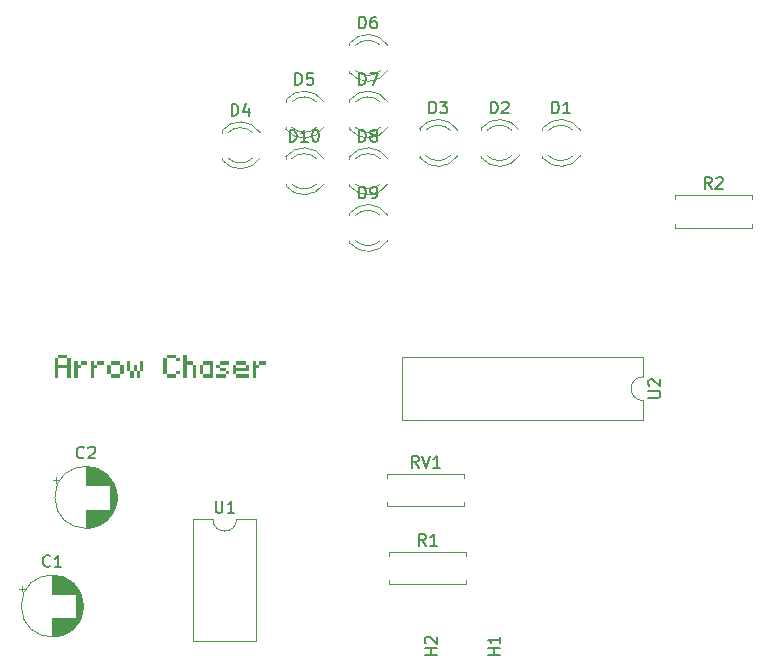
<source format=gbr>
%TF.GenerationSoftware,KiCad,Pcbnew,9.0.2*%
%TF.CreationDate,2026-01-22T14:34:09+05:30*%
%TF.ProjectId,led,6c65642e-6b69-4636-9164-5f7063625858,rev?*%
%TF.SameCoordinates,Original*%
%TF.FileFunction,Legend,Top*%
%TF.FilePolarity,Positive*%
%FSLAX46Y46*%
G04 Gerber Fmt 4.6, Leading zero omitted, Abs format (unit mm)*
G04 Created by KiCad (PCBNEW 9.0.2) date 2026-01-22 14:34:09*
%MOMM*%
%LPD*%
G01*
G04 APERTURE LIST*
%ADD10C,0.100000*%
%ADD11C,0.150000*%
%ADD12C,0.120000*%
G04 APERTURE END LIST*
D10*
G36*
X68073551Y-140745136D02*
G01*
X68346981Y-140745136D01*
X68346981Y-141018688D01*
X68073551Y-141018688D01*
X68073551Y-140745136D01*
G37*
G36*
X68347103Y-140745136D02*
G01*
X68620533Y-140745136D01*
X68620533Y-141018688D01*
X68347103Y-141018688D01*
X68347103Y-140745136D01*
G37*
G36*
X68620655Y-140745136D02*
G01*
X68894085Y-140745136D01*
X68894085Y-141018688D01*
X68620655Y-141018688D01*
X68620655Y-140745136D01*
G37*
G36*
X67800000Y-141018688D02*
G01*
X68073429Y-141018688D01*
X68073429Y-141292240D01*
X67800000Y-141292240D01*
X67800000Y-141018688D01*
G37*
G36*
X68894207Y-141018688D02*
G01*
X69167637Y-141018688D01*
X69167637Y-141292240D01*
X68894207Y-141292240D01*
X68894207Y-141018688D01*
G37*
G36*
X67800000Y-141292240D02*
G01*
X68073429Y-141292240D01*
X68073429Y-141565792D01*
X67800000Y-141565792D01*
X67800000Y-141292240D01*
G37*
G36*
X68894207Y-141292240D02*
G01*
X69167637Y-141292240D01*
X69167637Y-141565792D01*
X68894207Y-141565792D01*
X68894207Y-141292240D01*
G37*
G36*
X67800000Y-141565792D02*
G01*
X68073429Y-141565792D01*
X68073429Y-141839344D01*
X67800000Y-141839344D01*
X67800000Y-141565792D01*
G37*
G36*
X68073551Y-141565792D02*
G01*
X68346981Y-141565792D01*
X68346981Y-141839344D01*
X68073551Y-141839344D01*
X68073551Y-141565792D01*
G37*
G36*
X68347103Y-141565792D02*
G01*
X68620533Y-141565792D01*
X68620533Y-141839344D01*
X68347103Y-141839344D01*
X68347103Y-141565792D01*
G37*
G36*
X68620655Y-141565792D02*
G01*
X68894085Y-141565792D01*
X68894085Y-141839344D01*
X68620655Y-141839344D01*
X68620655Y-141565792D01*
G37*
G36*
X68894207Y-141565792D02*
G01*
X69167637Y-141565792D01*
X69167637Y-141839344D01*
X68894207Y-141839344D01*
X68894207Y-141565792D01*
G37*
G36*
X67800000Y-141839344D02*
G01*
X68073429Y-141839344D01*
X68073429Y-142112896D01*
X67800000Y-142112896D01*
X67800000Y-141839344D01*
G37*
G36*
X68894207Y-141839344D02*
G01*
X69167637Y-141839344D01*
X69167637Y-142112896D01*
X68894207Y-142112896D01*
X68894207Y-141839344D01*
G37*
G36*
X67800000Y-142112896D02*
G01*
X68073429Y-142112896D01*
X68073429Y-142386448D01*
X67800000Y-142386448D01*
X67800000Y-142112896D01*
G37*
G36*
X68894207Y-142112896D02*
G01*
X69167637Y-142112896D01*
X69167637Y-142386448D01*
X68894207Y-142386448D01*
X68894207Y-142112896D01*
G37*
G36*
X67800000Y-142386448D02*
G01*
X68073429Y-142386448D01*
X68073429Y-142660000D01*
X67800000Y-142660000D01*
X67800000Y-142386448D01*
G37*
G36*
X68894207Y-142386448D02*
G01*
X69167637Y-142386448D01*
X69167637Y-142660000D01*
X68894207Y-142660000D01*
X68894207Y-142386448D01*
G37*
G36*
X69478436Y-141292240D02*
G01*
X69751866Y-141292240D01*
X69751866Y-141565792D01*
X69478436Y-141565792D01*
X69478436Y-141292240D01*
G37*
G36*
X70025540Y-141292240D02*
G01*
X70298970Y-141292240D01*
X70298970Y-141565792D01*
X70025540Y-141565792D01*
X70025540Y-141292240D01*
G37*
G36*
X70299092Y-141292240D02*
G01*
X70572522Y-141292240D01*
X70572522Y-141565792D01*
X70299092Y-141565792D01*
X70299092Y-141292240D01*
G37*
G36*
X69478436Y-141565792D02*
G01*
X69751866Y-141565792D01*
X69751866Y-141839344D01*
X69478436Y-141839344D01*
X69478436Y-141565792D01*
G37*
G36*
X69751988Y-141565792D02*
G01*
X70025418Y-141565792D01*
X70025418Y-141839344D01*
X69751988Y-141839344D01*
X69751988Y-141565792D01*
G37*
G36*
X69478436Y-141839344D02*
G01*
X69751866Y-141839344D01*
X69751866Y-142112896D01*
X69478436Y-142112896D01*
X69478436Y-141839344D01*
G37*
G36*
X69478436Y-142112896D02*
G01*
X69751866Y-142112896D01*
X69751866Y-142386448D01*
X69478436Y-142386448D01*
X69478436Y-142112896D01*
G37*
G36*
X69478436Y-142386448D02*
G01*
X69751866Y-142386448D01*
X69751866Y-142660000D01*
X69478436Y-142660000D01*
X69478436Y-142386448D01*
G37*
G36*
X70877459Y-141292240D02*
G01*
X71150889Y-141292240D01*
X71150889Y-141565792D01*
X70877459Y-141565792D01*
X70877459Y-141292240D01*
G37*
G36*
X71424563Y-141292240D02*
G01*
X71697993Y-141292240D01*
X71697993Y-141565792D01*
X71424563Y-141565792D01*
X71424563Y-141292240D01*
G37*
G36*
X71698115Y-141292240D02*
G01*
X71971545Y-141292240D01*
X71971545Y-141565792D01*
X71698115Y-141565792D01*
X71698115Y-141292240D01*
G37*
G36*
X70877459Y-141565792D02*
G01*
X71150889Y-141565792D01*
X71150889Y-141839344D01*
X70877459Y-141839344D01*
X70877459Y-141565792D01*
G37*
G36*
X71151011Y-141565792D02*
G01*
X71424441Y-141565792D01*
X71424441Y-141839344D01*
X71151011Y-141839344D01*
X71151011Y-141565792D01*
G37*
G36*
X70877459Y-141839344D02*
G01*
X71150889Y-141839344D01*
X71150889Y-142112896D01*
X70877459Y-142112896D01*
X70877459Y-141839344D01*
G37*
G36*
X70877459Y-142112896D02*
G01*
X71150889Y-142112896D01*
X71150889Y-142386448D01*
X70877459Y-142386448D01*
X70877459Y-142112896D01*
G37*
G36*
X70877459Y-142386448D02*
G01*
X71150889Y-142386448D01*
X71150889Y-142660000D01*
X70877459Y-142660000D01*
X70877459Y-142386448D01*
G37*
G36*
X72550034Y-141292240D02*
G01*
X72823464Y-141292240D01*
X72823464Y-141565792D01*
X72550034Y-141565792D01*
X72550034Y-141292240D01*
G37*
G36*
X72823586Y-141292240D02*
G01*
X73097016Y-141292240D01*
X73097016Y-141565792D01*
X72823586Y-141565792D01*
X72823586Y-141292240D01*
G37*
G36*
X73097138Y-141292240D02*
G01*
X73370568Y-141292240D01*
X73370568Y-141565792D01*
X73097138Y-141565792D01*
X73097138Y-141292240D01*
G37*
G36*
X72276482Y-141565792D02*
G01*
X72549912Y-141565792D01*
X72549912Y-141839344D01*
X72276482Y-141839344D01*
X72276482Y-141565792D01*
G37*
G36*
X73370690Y-141565792D02*
G01*
X73644120Y-141565792D01*
X73644120Y-141839344D01*
X73370690Y-141839344D01*
X73370690Y-141565792D01*
G37*
G36*
X72276482Y-141839344D02*
G01*
X72549912Y-141839344D01*
X72549912Y-142112896D01*
X72276482Y-142112896D01*
X72276482Y-141839344D01*
G37*
G36*
X73370690Y-141839344D02*
G01*
X73644120Y-141839344D01*
X73644120Y-142112896D01*
X73370690Y-142112896D01*
X73370690Y-141839344D01*
G37*
G36*
X72276482Y-142112896D02*
G01*
X72549912Y-142112896D01*
X72549912Y-142386448D01*
X72276482Y-142386448D01*
X72276482Y-142112896D01*
G37*
G36*
X73370690Y-142112896D02*
G01*
X73644120Y-142112896D01*
X73644120Y-142386448D01*
X73370690Y-142386448D01*
X73370690Y-142112896D01*
G37*
G36*
X72550034Y-142386448D02*
G01*
X72823464Y-142386448D01*
X72823464Y-142660000D01*
X72550034Y-142660000D01*
X72550034Y-142386448D01*
G37*
G36*
X72823586Y-142386448D02*
G01*
X73097016Y-142386448D01*
X73097016Y-142660000D01*
X72823586Y-142660000D01*
X72823586Y-142386448D01*
G37*
G36*
X73097138Y-142386448D02*
G01*
X73370568Y-142386448D01*
X73370568Y-142660000D01*
X73097138Y-142660000D01*
X73097138Y-142386448D01*
G37*
G36*
X73954919Y-141292240D02*
G01*
X74228349Y-141292240D01*
X74228349Y-141565792D01*
X73954919Y-141565792D01*
X73954919Y-141292240D01*
G37*
G36*
X75049127Y-141292240D02*
G01*
X75322557Y-141292240D01*
X75322557Y-141565792D01*
X75049127Y-141565792D01*
X75049127Y-141292240D01*
G37*
G36*
X73954919Y-141565792D02*
G01*
X74228349Y-141565792D01*
X74228349Y-141839344D01*
X73954919Y-141839344D01*
X73954919Y-141565792D01*
G37*
G36*
X74502023Y-141565792D02*
G01*
X74775453Y-141565792D01*
X74775453Y-141839344D01*
X74502023Y-141839344D01*
X74502023Y-141565792D01*
G37*
G36*
X75049127Y-141565792D02*
G01*
X75322557Y-141565792D01*
X75322557Y-141839344D01*
X75049127Y-141839344D01*
X75049127Y-141565792D01*
G37*
G36*
X73954919Y-141839344D02*
G01*
X74228349Y-141839344D01*
X74228349Y-142112896D01*
X73954919Y-142112896D01*
X73954919Y-141839344D01*
G37*
G36*
X74502023Y-141839344D02*
G01*
X74775453Y-141839344D01*
X74775453Y-142112896D01*
X74502023Y-142112896D01*
X74502023Y-141839344D01*
G37*
G36*
X75049127Y-141839344D02*
G01*
X75322557Y-141839344D01*
X75322557Y-142112896D01*
X75049127Y-142112896D01*
X75049127Y-141839344D01*
G37*
G36*
X74228471Y-142112896D02*
G01*
X74501901Y-142112896D01*
X74501901Y-142386448D01*
X74228471Y-142386448D01*
X74228471Y-142112896D01*
G37*
G36*
X74775575Y-142112896D02*
G01*
X75049005Y-142112896D01*
X75049005Y-142386448D01*
X74775575Y-142386448D01*
X74775575Y-142112896D01*
G37*
G36*
X74228471Y-142386448D02*
G01*
X74501901Y-142386448D01*
X74501901Y-142660000D01*
X74228471Y-142660000D01*
X74228471Y-142386448D01*
G37*
G36*
X74775575Y-142386448D02*
G01*
X75049005Y-142386448D01*
X75049005Y-142660000D01*
X74775575Y-142660000D01*
X74775575Y-142386448D01*
G37*
G36*
X77294207Y-140745136D02*
G01*
X77567637Y-140745136D01*
X77567637Y-141018688D01*
X77294207Y-141018688D01*
X77294207Y-140745136D01*
G37*
G36*
X77567759Y-140745136D02*
G01*
X77841189Y-140745136D01*
X77841189Y-141018688D01*
X77567759Y-141018688D01*
X77567759Y-140745136D01*
G37*
G36*
X77841311Y-140745136D02*
G01*
X78114741Y-140745136D01*
X78114741Y-141018688D01*
X77841311Y-141018688D01*
X77841311Y-140745136D01*
G37*
G36*
X77020655Y-141018688D02*
G01*
X77294085Y-141018688D01*
X77294085Y-141292240D01*
X77020655Y-141292240D01*
X77020655Y-141018688D01*
G37*
G36*
X78114863Y-141018688D02*
G01*
X78388293Y-141018688D01*
X78388293Y-141292240D01*
X78114863Y-141292240D01*
X78114863Y-141018688D01*
G37*
G36*
X77020655Y-141292240D02*
G01*
X77294085Y-141292240D01*
X77294085Y-141565792D01*
X77020655Y-141565792D01*
X77020655Y-141292240D01*
G37*
G36*
X77020655Y-141565792D02*
G01*
X77294085Y-141565792D01*
X77294085Y-141839344D01*
X77020655Y-141839344D01*
X77020655Y-141565792D01*
G37*
G36*
X77020655Y-141839344D02*
G01*
X77294085Y-141839344D01*
X77294085Y-142112896D01*
X77020655Y-142112896D01*
X77020655Y-141839344D01*
G37*
G36*
X77020655Y-142112896D02*
G01*
X77294085Y-142112896D01*
X77294085Y-142386448D01*
X77020655Y-142386448D01*
X77020655Y-142112896D01*
G37*
G36*
X78114863Y-142112896D02*
G01*
X78388293Y-142112896D01*
X78388293Y-142386448D01*
X78114863Y-142386448D01*
X78114863Y-142112896D01*
G37*
G36*
X77294207Y-142386448D02*
G01*
X77567637Y-142386448D01*
X77567637Y-142660000D01*
X77294207Y-142660000D01*
X77294207Y-142386448D01*
G37*
G36*
X77567759Y-142386448D02*
G01*
X77841189Y-142386448D01*
X77841189Y-142660000D01*
X77567759Y-142660000D01*
X77567759Y-142386448D01*
G37*
G36*
X77841311Y-142386448D02*
G01*
X78114741Y-142386448D01*
X78114741Y-142660000D01*
X77841311Y-142660000D01*
X77841311Y-142386448D01*
G37*
G36*
X78699092Y-140745136D02*
G01*
X78972522Y-140745136D01*
X78972522Y-141018688D01*
X78699092Y-141018688D01*
X78699092Y-140745136D01*
G37*
G36*
X78699092Y-141018688D02*
G01*
X78972522Y-141018688D01*
X78972522Y-141292240D01*
X78699092Y-141292240D01*
X78699092Y-141018688D01*
G37*
G36*
X78699092Y-141292240D02*
G01*
X78972522Y-141292240D01*
X78972522Y-141565792D01*
X78699092Y-141565792D01*
X78699092Y-141292240D01*
G37*
G36*
X78972644Y-141292240D02*
G01*
X79246074Y-141292240D01*
X79246074Y-141565792D01*
X78972644Y-141565792D01*
X78972644Y-141292240D01*
G37*
G36*
X79246196Y-141292240D02*
G01*
X79519626Y-141292240D01*
X79519626Y-141565792D01*
X79246196Y-141565792D01*
X79246196Y-141292240D01*
G37*
G36*
X78699092Y-141565792D02*
G01*
X78972522Y-141565792D01*
X78972522Y-141839344D01*
X78699092Y-141839344D01*
X78699092Y-141565792D01*
G37*
G36*
X79519748Y-141565792D02*
G01*
X79793178Y-141565792D01*
X79793178Y-141839344D01*
X79519748Y-141839344D01*
X79519748Y-141565792D01*
G37*
G36*
X78699092Y-141839344D02*
G01*
X78972522Y-141839344D01*
X78972522Y-142112896D01*
X78699092Y-142112896D01*
X78699092Y-141839344D01*
G37*
G36*
X79519748Y-141839344D02*
G01*
X79793178Y-141839344D01*
X79793178Y-142112896D01*
X79519748Y-142112896D01*
X79519748Y-141839344D01*
G37*
G36*
X78699092Y-142112896D02*
G01*
X78972522Y-142112896D01*
X78972522Y-142386448D01*
X78699092Y-142386448D01*
X78699092Y-142112896D01*
G37*
G36*
X79519748Y-142112896D02*
G01*
X79793178Y-142112896D01*
X79793178Y-142386448D01*
X79519748Y-142386448D01*
X79519748Y-142112896D01*
G37*
G36*
X78699092Y-142386448D02*
G01*
X78972522Y-142386448D01*
X78972522Y-142660000D01*
X78699092Y-142660000D01*
X78699092Y-142386448D01*
G37*
G36*
X79519748Y-142386448D02*
G01*
X79793178Y-142386448D01*
X79793178Y-142660000D01*
X79519748Y-142660000D01*
X79519748Y-142386448D01*
G37*
G36*
X80371667Y-141292240D02*
G01*
X80645097Y-141292240D01*
X80645097Y-141565792D01*
X80371667Y-141565792D01*
X80371667Y-141292240D01*
G37*
G36*
X80645219Y-141292240D02*
G01*
X80918649Y-141292240D01*
X80918649Y-141565792D01*
X80645219Y-141565792D01*
X80645219Y-141292240D01*
G37*
G36*
X80918771Y-141292240D02*
G01*
X81192201Y-141292240D01*
X81192201Y-141565792D01*
X80918771Y-141565792D01*
X80918771Y-141292240D01*
G37*
G36*
X80098115Y-141565792D02*
G01*
X80371545Y-141565792D01*
X80371545Y-141839344D01*
X80098115Y-141839344D01*
X80098115Y-141565792D01*
G37*
G36*
X80918771Y-141565792D02*
G01*
X81192201Y-141565792D01*
X81192201Y-141839344D01*
X80918771Y-141839344D01*
X80918771Y-141565792D01*
G37*
G36*
X80098115Y-141839344D02*
G01*
X80371545Y-141839344D01*
X80371545Y-142112896D01*
X80098115Y-142112896D01*
X80098115Y-141839344D01*
G37*
G36*
X80918771Y-141839344D02*
G01*
X81192201Y-141839344D01*
X81192201Y-142112896D01*
X80918771Y-142112896D01*
X80918771Y-141839344D01*
G37*
G36*
X80098115Y-142112896D02*
G01*
X80371545Y-142112896D01*
X80371545Y-142386448D01*
X80098115Y-142386448D01*
X80098115Y-142112896D01*
G37*
G36*
X80918771Y-142112896D02*
G01*
X81192201Y-142112896D01*
X81192201Y-142386448D01*
X80918771Y-142386448D01*
X80918771Y-142112896D01*
G37*
G36*
X80371667Y-142386448D02*
G01*
X80645097Y-142386448D01*
X80645097Y-142660000D01*
X80371667Y-142660000D01*
X80371667Y-142386448D01*
G37*
G36*
X80645219Y-142386448D02*
G01*
X80918649Y-142386448D01*
X80918649Y-142660000D01*
X80645219Y-142660000D01*
X80645219Y-142386448D01*
G37*
G36*
X80918771Y-142386448D02*
G01*
X81192201Y-142386448D01*
X81192201Y-142660000D01*
X80918771Y-142660000D01*
X80918771Y-142386448D01*
G37*
G36*
X81770690Y-141292240D02*
G01*
X82044120Y-141292240D01*
X82044120Y-141565792D01*
X81770690Y-141565792D01*
X81770690Y-141292240D01*
G37*
G36*
X82044242Y-141292240D02*
G01*
X82317672Y-141292240D01*
X82317672Y-141565792D01*
X82044242Y-141565792D01*
X82044242Y-141292240D01*
G37*
G36*
X82317794Y-141292240D02*
G01*
X82591224Y-141292240D01*
X82591224Y-141565792D01*
X82317794Y-141565792D01*
X82317794Y-141292240D01*
G37*
G36*
X81497138Y-141565792D02*
G01*
X81770568Y-141565792D01*
X81770568Y-141839344D01*
X81497138Y-141839344D01*
X81497138Y-141565792D01*
G37*
G36*
X81770690Y-141839344D02*
G01*
X82044120Y-141839344D01*
X82044120Y-142112896D01*
X81770690Y-142112896D01*
X81770690Y-141839344D01*
G37*
G36*
X82044242Y-141839344D02*
G01*
X82317672Y-141839344D01*
X82317672Y-142112896D01*
X82044242Y-142112896D01*
X82044242Y-141839344D01*
G37*
G36*
X82317794Y-142112896D02*
G01*
X82591224Y-142112896D01*
X82591224Y-142386448D01*
X82317794Y-142386448D01*
X82317794Y-142112896D01*
G37*
G36*
X81497138Y-142386448D02*
G01*
X81770568Y-142386448D01*
X81770568Y-142660000D01*
X81497138Y-142660000D01*
X81497138Y-142386448D01*
G37*
G36*
X81770690Y-142386448D02*
G01*
X82044120Y-142386448D01*
X82044120Y-142660000D01*
X81770690Y-142660000D01*
X81770690Y-142386448D01*
G37*
G36*
X82044242Y-142386448D02*
G01*
X82317672Y-142386448D01*
X82317672Y-142660000D01*
X82044242Y-142660000D01*
X82044242Y-142386448D01*
G37*
G36*
X83169713Y-141292240D02*
G01*
X83443143Y-141292240D01*
X83443143Y-141565792D01*
X83169713Y-141565792D01*
X83169713Y-141292240D01*
G37*
G36*
X83443265Y-141292240D02*
G01*
X83716695Y-141292240D01*
X83716695Y-141565792D01*
X83443265Y-141565792D01*
X83443265Y-141292240D01*
G37*
G36*
X83716817Y-141292240D02*
G01*
X83990247Y-141292240D01*
X83990247Y-141565792D01*
X83716817Y-141565792D01*
X83716817Y-141292240D01*
G37*
G36*
X82896161Y-141565792D02*
G01*
X83169591Y-141565792D01*
X83169591Y-141839344D01*
X82896161Y-141839344D01*
X82896161Y-141565792D01*
G37*
G36*
X83990369Y-141565792D02*
G01*
X84263799Y-141565792D01*
X84263799Y-141839344D01*
X83990369Y-141839344D01*
X83990369Y-141565792D01*
G37*
G36*
X82896161Y-141839344D02*
G01*
X83169591Y-141839344D01*
X83169591Y-142112896D01*
X82896161Y-142112896D01*
X82896161Y-141839344D01*
G37*
G36*
X83169713Y-141839344D02*
G01*
X83443143Y-141839344D01*
X83443143Y-142112896D01*
X83169713Y-142112896D01*
X83169713Y-141839344D01*
G37*
G36*
X83443265Y-141839344D02*
G01*
X83716695Y-141839344D01*
X83716695Y-142112896D01*
X83443265Y-142112896D01*
X83443265Y-141839344D01*
G37*
G36*
X83716817Y-141839344D02*
G01*
X83990247Y-141839344D01*
X83990247Y-142112896D01*
X83716817Y-142112896D01*
X83716817Y-141839344D01*
G37*
G36*
X83990369Y-141839344D02*
G01*
X84263799Y-141839344D01*
X84263799Y-142112896D01*
X83990369Y-142112896D01*
X83990369Y-141839344D01*
G37*
G36*
X82896161Y-142112896D02*
G01*
X83169591Y-142112896D01*
X83169591Y-142386448D01*
X82896161Y-142386448D01*
X82896161Y-142112896D01*
G37*
G36*
X83169713Y-142386448D02*
G01*
X83443143Y-142386448D01*
X83443143Y-142660000D01*
X83169713Y-142660000D01*
X83169713Y-142386448D01*
G37*
G36*
X83443265Y-142386448D02*
G01*
X83716695Y-142386448D01*
X83716695Y-142660000D01*
X83443265Y-142660000D01*
X83443265Y-142386448D01*
G37*
G36*
X83716817Y-142386448D02*
G01*
X83990247Y-142386448D01*
X83990247Y-142660000D01*
X83716817Y-142660000D01*
X83716817Y-142386448D01*
G37*
G36*
X83990369Y-142386448D02*
G01*
X84263799Y-142386448D01*
X84263799Y-142660000D01*
X83990369Y-142660000D01*
X83990369Y-142386448D01*
G37*
G36*
X84574598Y-141292240D02*
G01*
X84848028Y-141292240D01*
X84848028Y-141565792D01*
X84574598Y-141565792D01*
X84574598Y-141292240D01*
G37*
G36*
X85121702Y-141292240D02*
G01*
X85395132Y-141292240D01*
X85395132Y-141565792D01*
X85121702Y-141565792D01*
X85121702Y-141292240D01*
G37*
G36*
X85395254Y-141292240D02*
G01*
X85668684Y-141292240D01*
X85668684Y-141565792D01*
X85395254Y-141565792D01*
X85395254Y-141292240D01*
G37*
G36*
X84574598Y-141565792D02*
G01*
X84848028Y-141565792D01*
X84848028Y-141839344D01*
X84574598Y-141839344D01*
X84574598Y-141565792D01*
G37*
G36*
X84848150Y-141565792D02*
G01*
X85121580Y-141565792D01*
X85121580Y-141839344D01*
X84848150Y-141839344D01*
X84848150Y-141565792D01*
G37*
G36*
X84574598Y-141839344D02*
G01*
X84848028Y-141839344D01*
X84848028Y-142112896D01*
X84574598Y-142112896D01*
X84574598Y-141839344D01*
G37*
G36*
X84574598Y-142112896D02*
G01*
X84848028Y-142112896D01*
X84848028Y-142386448D01*
X84574598Y-142386448D01*
X84574598Y-142112896D01*
G37*
G36*
X84574598Y-142386448D02*
G01*
X84848028Y-142386448D01*
X84848028Y-142660000D01*
X84574598Y-142660000D01*
X84574598Y-142386448D01*
G37*
D11*
X109931905Y-120294819D02*
X109931905Y-119294819D01*
X109931905Y-119294819D02*
X110170000Y-119294819D01*
X110170000Y-119294819D02*
X110312857Y-119342438D01*
X110312857Y-119342438D02*
X110408095Y-119437676D01*
X110408095Y-119437676D02*
X110455714Y-119532914D01*
X110455714Y-119532914D02*
X110503333Y-119723390D01*
X110503333Y-119723390D02*
X110503333Y-119866247D01*
X110503333Y-119866247D02*
X110455714Y-120056723D01*
X110455714Y-120056723D02*
X110408095Y-120151961D01*
X110408095Y-120151961D02*
X110312857Y-120247200D01*
X110312857Y-120247200D02*
X110170000Y-120294819D01*
X110170000Y-120294819D02*
X109931905Y-120294819D01*
X111455714Y-120294819D02*
X110884286Y-120294819D01*
X111170000Y-120294819D02*
X111170000Y-119294819D01*
X111170000Y-119294819D02*
X111074762Y-119437676D01*
X111074762Y-119437676D02*
X110979524Y-119532914D01*
X110979524Y-119532914D02*
X110884286Y-119580533D01*
X104731905Y-120294819D02*
X104731905Y-119294819D01*
X104731905Y-119294819D02*
X104970000Y-119294819D01*
X104970000Y-119294819D02*
X105112857Y-119342438D01*
X105112857Y-119342438D02*
X105208095Y-119437676D01*
X105208095Y-119437676D02*
X105255714Y-119532914D01*
X105255714Y-119532914D02*
X105303333Y-119723390D01*
X105303333Y-119723390D02*
X105303333Y-119866247D01*
X105303333Y-119866247D02*
X105255714Y-120056723D01*
X105255714Y-120056723D02*
X105208095Y-120151961D01*
X105208095Y-120151961D02*
X105112857Y-120247200D01*
X105112857Y-120247200D02*
X104970000Y-120294819D01*
X104970000Y-120294819D02*
X104731905Y-120294819D01*
X105684286Y-119390057D02*
X105731905Y-119342438D01*
X105731905Y-119342438D02*
X105827143Y-119294819D01*
X105827143Y-119294819D02*
X106065238Y-119294819D01*
X106065238Y-119294819D02*
X106160476Y-119342438D01*
X106160476Y-119342438D02*
X106208095Y-119390057D01*
X106208095Y-119390057D02*
X106255714Y-119485295D01*
X106255714Y-119485295D02*
X106255714Y-119580533D01*
X106255714Y-119580533D02*
X106208095Y-119723390D01*
X106208095Y-119723390D02*
X105636667Y-120294819D01*
X105636667Y-120294819D02*
X106255714Y-120294819D01*
X99531905Y-120294819D02*
X99531905Y-119294819D01*
X99531905Y-119294819D02*
X99770000Y-119294819D01*
X99770000Y-119294819D02*
X99912857Y-119342438D01*
X99912857Y-119342438D02*
X100008095Y-119437676D01*
X100008095Y-119437676D02*
X100055714Y-119532914D01*
X100055714Y-119532914D02*
X100103333Y-119723390D01*
X100103333Y-119723390D02*
X100103333Y-119866247D01*
X100103333Y-119866247D02*
X100055714Y-120056723D01*
X100055714Y-120056723D02*
X100008095Y-120151961D01*
X100008095Y-120151961D02*
X99912857Y-120247200D01*
X99912857Y-120247200D02*
X99770000Y-120294819D01*
X99770000Y-120294819D02*
X99531905Y-120294819D01*
X100436667Y-119294819D02*
X101055714Y-119294819D01*
X101055714Y-119294819D02*
X100722381Y-119675771D01*
X100722381Y-119675771D02*
X100865238Y-119675771D01*
X100865238Y-119675771D02*
X100960476Y-119723390D01*
X100960476Y-119723390D02*
X101008095Y-119771009D01*
X101008095Y-119771009D02*
X101055714Y-119866247D01*
X101055714Y-119866247D02*
X101055714Y-120104342D01*
X101055714Y-120104342D02*
X101008095Y-120199580D01*
X101008095Y-120199580D02*
X100960476Y-120247200D01*
X100960476Y-120247200D02*
X100865238Y-120294819D01*
X100865238Y-120294819D02*
X100579524Y-120294819D01*
X100579524Y-120294819D02*
X100484286Y-120247200D01*
X100484286Y-120247200D02*
X100436667Y-120199580D01*
X82791905Y-120494819D02*
X82791905Y-119494819D01*
X82791905Y-119494819D02*
X83030000Y-119494819D01*
X83030000Y-119494819D02*
X83172857Y-119542438D01*
X83172857Y-119542438D02*
X83268095Y-119637676D01*
X83268095Y-119637676D02*
X83315714Y-119732914D01*
X83315714Y-119732914D02*
X83363333Y-119923390D01*
X83363333Y-119923390D02*
X83363333Y-120066247D01*
X83363333Y-120066247D02*
X83315714Y-120256723D01*
X83315714Y-120256723D02*
X83268095Y-120351961D01*
X83268095Y-120351961D02*
X83172857Y-120447200D01*
X83172857Y-120447200D02*
X83030000Y-120494819D01*
X83030000Y-120494819D02*
X82791905Y-120494819D01*
X84220476Y-119828152D02*
X84220476Y-120494819D01*
X83982381Y-119447200D02*
X83744286Y-120161485D01*
X83744286Y-120161485D02*
X84363333Y-120161485D01*
X88191905Y-117894819D02*
X88191905Y-116894819D01*
X88191905Y-116894819D02*
X88430000Y-116894819D01*
X88430000Y-116894819D02*
X88572857Y-116942438D01*
X88572857Y-116942438D02*
X88668095Y-117037676D01*
X88668095Y-117037676D02*
X88715714Y-117132914D01*
X88715714Y-117132914D02*
X88763333Y-117323390D01*
X88763333Y-117323390D02*
X88763333Y-117466247D01*
X88763333Y-117466247D02*
X88715714Y-117656723D01*
X88715714Y-117656723D02*
X88668095Y-117751961D01*
X88668095Y-117751961D02*
X88572857Y-117847200D01*
X88572857Y-117847200D02*
X88430000Y-117894819D01*
X88430000Y-117894819D02*
X88191905Y-117894819D01*
X89668095Y-116894819D02*
X89191905Y-116894819D01*
X89191905Y-116894819D02*
X89144286Y-117371009D01*
X89144286Y-117371009D02*
X89191905Y-117323390D01*
X89191905Y-117323390D02*
X89287143Y-117275771D01*
X89287143Y-117275771D02*
X89525238Y-117275771D01*
X89525238Y-117275771D02*
X89620476Y-117323390D01*
X89620476Y-117323390D02*
X89668095Y-117371009D01*
X89668095Y-117371009D02*
X89715714Y-117466247D01*
X89715714Y-117466247D02*
X89715714Y-117704342D01*
X89715714Y-117704342D02*
X89668095Y-117799580D01*
X89668095Y-117799580D02*
X89620476Y-117847200D01*
X89620476Y-117847200D02*
X89525238Y-117894819D01*
X89525238Y-117894819D02*
X89287143Y-117894819D01*
X89287143Y-117894819D02*
X89191905Y-117847200D01*
X89191905Y-117847200D02*
X89144286Y-117799580D01*
X118074819Y-144366904D02*
X118884342Y-144366904D01*
X118884342Y-144366904D02*
X118979580Y-144319285D01*
X118979580Y-144319285D02*
X119027200Y-144271666D01*
X119027200Y-144271666D02*
X119074819Y-144176428D01*
X119074819Y-144176428D02*
X119074819Y-143985952D01*
X119074819Y-143985952D02*
X119027200Y-143890714D01*
X119027200Y-143890714D02*
X118979580Y-143843095D01*
X118979580Y-143843095D02*
X118884342Y-143795476D01*
X118884342Y-143795476D02*
X118074819Y-143795476D01*
X118170057Y-143366904D02*
X118122438Y-143319285D01*
X118122438Y-143319285D02*
X118074819Y-143224047D01*
X118074819Y-143224047D02*
X118074819Y-142985952D01*
X118074819Y-142985952D02*
X118122438Y-142890714D01*
X118122438Y-142890714D02*
X118170057Y-142843095D01*
X118170057Y-142843095D02*
X118265295Y-142795476D01*
X118265295Y-142795476D02*
X118360533Y-142795476D01*
X118360533Y-142795476D02*
X118503390Y-142843095D01*
X118503390Y-142843095D02*
X119074819Y-143414523D01*
X119074819Y-143414523D02*
X119074819Y-142795476D01*
X81443095Y-153114819D02*
X81443095Y-153924342D01*
X81443095Y-153924342D02*
X81490714Y-154019580D01*
X81490714Y-154019580D02*
X81538333Y-154067200D01*
X81538333Y-154067200D02*
X81633571Y-154114819D01*
X81633571Y-154114819D02*
X81824047Y-154114819D01*
X81824047Y-154114819D02*
X81919285Y-154067200D01*
X81919285Y-154067200D02*
X81966904Y-154019580D01*
X81966904Y-154019580D02*
X82014523Y-153924342D01*
X82014523Y-153924342D02*
X82014523Y-153114819D01*
X83014523Y-154114819D02*
X82443095Y-154114819D01*
X82728809Y-154114819D02*
X82728809Y-153114819D01*
X82728809Y-153114819D02*
X82633571Y-153257676D01*
X82633571Y-153257676D02*
X82538333Y-153352914D01*
X82538333Y-153352914D02*
X82443095Y-153400533D01*
X98614761Y-150284819D02*
X98281428Y-149808628D01*
X98043333Y-150284819D02*
X98043333Y-149284819D01*
X98043333Y-149284819D02*
X98424285Y-149284819D01*
X98424285Y-149284819D02*
X98519523Y-149332438D01*
X98519523Y-149332438D02*
X98567142Y-149380057D01*
X98567142Y-149380057D02*
X98614761Y-149475295D01*
X98614761Y-149475295D02*
X98614761Y-149618152D01*
X98614761Y-149618152D02*
X98567142Y-149713390D01*
X98567142Y-149713390D02*
X98519523Y-149761009D01*
X98519523Y-149761009D02*
X98424285Y-149808628D01*
X98424285Y-149808628D02*
X98043333Y-149808628D01*
X98900476Y-149284819D02*
X99233809Y-150284819D01*
X99233809Y-150284819D02*
X99567142Y-149284819D01*
X100424285Y-150284819D02*
X99852857Y-150284819D01*
X100138571Y-150284819D02*
X100138571Y-149284819D01*
X100138571Y-149284819D02*
X100043333Y-149427676D01*
X100043333Y-149427676D02*
X99948095Y-149522914D01*
X99948095Y-149522914D02*
X99852857Y-149570533D01*
X123423333Y-126684819D02*
X123090000Y-126208628D01*
X122851905Y-126684819D02*
X122851905Y-125684819D01*
X122851905Y-125684819D02*
X123232857Y-125684819D01*
X123232857Y-125684819D02*
X123328095Y-125732438D01*
X123328095Y-125732438D02*
X123375714Y-125780057D01*
X123375714Y-125780057D02*
X123423333Y-125875295D01*
X123423333Y-125875295D02*
X123423333Y-126018152D01*
X123423333Y-126018152D02*
X123375714Y-126113390D01*
X123375714Y-126113390D02*
X123328095Y-126161009D01*
X123328095Y-126161009D02*
X123232857Y-126208628D01*
X123232857Y-126208628D02*
X122851905Y-126208628D01*
X123804286Y-125780057D02*
X123851905Y-125732438D01*
X123851905Y-125732438D02*
X123947143Y-125684819D01*
X123947143Y-125684819D02*
X124185238Y-125684819D01*
X124185238Y-125684819D02*
X124280476Y-125732438D01*
X124280476Y-125732438D02*
X124328095Y-125780057D01*
X124328095Y-125780057D02*
X124375714Y-125875295D01*
X124375714Y-125875295D02*
X124375714Y-125970533D01*
X124375714Y-125970533D02*
X124328095Y-126113390D01*
X124328095Y-126113390D02*
X123756667Y-126684819D01*
X123756667Y-126684819D02*
X124375714Y-126684819D01*
X99233333Y-156884819D02*
X98900000Y-156408628D01*
X98661905Y-156884819D02*
X98661905Y-155884819D01*
X98661905Y-155884819D02*
X99042857Y-155884819D01*
X99042857Y-155884819D02*
X99138095Y-155932438D01*
X99138095Y-155932438D02*
X99185714Y-155980057D01*
X99185714Y-155980057D02*
X99233333Y-156075295D01*
X99233333Y-156075295D02*
X99233333Y-156218152D01*
X99233333Y-156218152D02*
X99185714Y-156313390D01*
X99185714Y-156313390D02*
X99138095Y-156361009D01*
X99138095Y-156361009D02*
X99042857Y-156408628D01*
X99042857Y-156408628D02*
X98661905Y-156408628D01*
X100185714Y-156884819D02*
X99614286Y-156884819D01*
X99900000Y-156884819D02*
X99900000Y-155884819D01*
X99900000Y-155884819D02*
X99804762Y-156027676D01*
X99804762Y-156027676D02*
X99709524Y-156122914D01*
X99709524Y-156122914D02*
X99614286Y-156170533D01*
X100154819Y-166161904D02*
X99154819Y-166161904D01*
X99631009Y-166161904D02*
X99631009Y-165590476D01*
X100154819Y-165590476D02*
X99154819Y-165590476D01*
X99250057Y-165161904D02*
X99202438Y-165114285D01*
X99202438Y-165114285D02*
X99154819Y-165019047D01*
X99154819Y-165019047D02*
X99154819Y-164780952D01*
X99154819Y-164780952D02*
X99202438Y-164685714D01*
X99202438Y-164685714D02*
X99250057Y-164638095D01*
X99250057Y-164638095D02*
X99345295Y-164590476D01*
X99345295Y-164590476D02*
X99440533Y-164590476D01*
X99440533Y-164590476D02*
X99583390Y-164638095D01*
X99583390Y-164638095D02*
X100154819Y-165209523D01*
X100154819Y-165209523D02*
X100154819Y-164590476D01*
X105504819Y-166161904D02*
X104504819Y-166161904D01*
X104981009Y-166161904D02*
X104981009Y-165590476D01*
X105504819Y-165590476D02*
X104504819Y-165590476D01*
X105504819Y-164590476D02*
X105504819Y-165161904D01*
X105504819Y-164876190D02*
X104504819Y-164876190D01*
X104504819Y-164876190D02*
X104647676Y-164971428D01*
X104647676Y-164971428D02*
X104742914Y-165066666D01*
X104742914Y-165066666D02*
X104790533Y-165161904D01*
X87715714Y-122694819D02*
X87715714Y-121694819D01*
X87715714Y-121694819D02*
X87953809Y-121694819D01*
X87953809Y-121694819D02*
X88096666Y-121742438D01*
X88096666Y-121742438D02*
X88191904Y-121837676D01*
X88191904Y-121837676D02*
X88239523Y-121932914D01*
X88239523Y-121932914D02*
X88287142Y-122123390D01*
X88287142Y-122123390D02*
X88287142Y-122266247D01*
X88287142Y-122266247D02*
X88239523Y-122456723D01*
X88239523Y-122456723D02*
X88191904Y-122551961D01*
X88191904Y-122551961D02*
X88096666Y-122647200D01*
X88096666Y-122647200D02*
X87953809Y-122694819D01*
X87953809Y-122694819D02*
X87715714Y-122694819D01*
X89239523Y-122694819D02*
X88668095Y-122694819D01*
X88953809Y-122694819D02*
X88953809Y-121694819D01*
X88953809Y-121694819D02*
X88858571Y-121837676D01*
X88858571Y-121837676D02*
X88763333Y-121932914D01*
X88763333Y-121932914D02*
X88668095Y-121980533D01*
X89858571Y-121694819D02*
X89953809Y-121694819D01*
X89953809Y-121694819D02*
X90049047Y-121742438D01*
X90049047Y-121742438D02*
X90096666Y-121790057D01*
X90096666Y-121790057D02*
X90144285Y-121885295D01*
X90144285Y-121885295D02*
X90191904Y-122075771D01*
X90191904Y-122075771D02*
X90191904Y-122313866D01*
X90191904Y-122313866D02*
X90144285Y-122504342D01*
X90144285Y-122504342D02*
X90096666Y-122599580D01*
X90096666Y-122599580D02*
X90049047Y-122647200D01*
X90049047Y-122647200D02*
X89953809Y-122694819D01*
X89953809Y-122694819D02*
X89858571Y-122694819D01*
X89858571Y-122694819D02*
X89763333Y-122647200D01*
X89763333Y-122647200D02*
X89715714Y-122599580D01*
X89715714Y-122599580D02*
X89668095Y-122504342D01*
X89668095Y-122504342D02*
X89620476Y-122313866D01*
X89620476Y-122313866D02*
X89620476Y-122075771D01*
X89620476Y-122075771D02*
X89668095Y-121885295D01*
X89668095Y-121885295D02*
X89715714Y-121790057D01*
X89715714Y-121790057D02*
X89763333Y-121742438D01*
X89763333Y-121742438D02*
X89858571Y-121694819D01*
X93591905Y-127494819D02*
X93591905Y-126494819D01*
X93591905Y-126494819D02*
X93830000Y-126494819D01*
X93830000Y-126494819D02*
X93972857Y-126542438D01*
X93972857Y-126542438D02*
X94068095Y-126637676D01*
X94068095Y-126637676D02*
X94115714Y-126732914D01*
X94115714Y-126732914D02*
X94163333Y-126923390D01*
X94163333Y-126923390D02*
X94163333Y-127066247D01*
X94163333Y-127066247D02*
X94115714Y-127256723D01*
X94115714Y-127256723D02*
X94068095Y-127351961D01*
X94068095Y-127351961D02*
X93972857Y-127447200D01*
X93972857Y-127447200D02*
X93830000Y-127494819D01*
X93830000Y-127494819D02*
X93591905Y-127494819D01*
X94639524Y-127494819D02*
X94830000Y-127494819D01*
X94830000Y-127494819D02*
X94925238Y-127447200D01*
X94925238Y-127447200D02*
X94972857Y-127399580D01*
X94972857Y-127399580D02*
X95068095Y-127256723D01*
X95068095Y-127256723D02*
X95115714Y-127066247D01*
X95115714Y-127066247D02*
X95115714Y-126685295D01*
X95115714Y-126685295D02*
X95068095Y-126590057D01*
X95068095Y-126590057D02*
X95020476Y-126542438D01*
X95020476Y-126542438D02*
X94925238Y-126494819D01*
X94925238Y-126494819D02*
X94734762Y-126494819D01*
X94734762Y-126494819D02*
X94639524Y-126542438D01*
X94639524Y-126542438D02*
X94591905Y-126590057D01*
X94591905Y-126590057D02*
X94544286Y-126685295D01*
X94544286Y-126685295D02*
X94544286Y-126923390D01*
X94544286Y-126923390D02*
X94591905Y-127018628D01*
X94591905Y-127018628D02*
X94639524Y-127066247D01*
X94639524Y-127066247D02*
X94734762Y-127113866D01*
X94734762Y-127113866D02*
X94925238Y-127113866D01*
X94925238Y-127113866D02*
X95020476Y-127066247D01*
X95020476Y-127066247D02*
X95068095Y-127018628D01*
X95068095Y-127018628D02*
X95115714Y-126923390D01*
X93591905Y-122694819D02*
X93591905Y-121694819D01*
X93591905Y-121694819D02*
X93830000Y-121694819D01*
X93830000Y-121694819D02*
X93972857Y-121742438D01*
X93972857Y-121742438D02*
X94068095Y-121837676D01*
X94068095Y-121837676D02*
X94115714Y-121932914D01*
X94115714Y-121932914D02*
X94163333Y-122123390D01*
X94163333Y-122123390D02*
X94163333Y-122266247D01*
X94163333Y-122266247D02*
X94115714Y-122456723D01*
X94115714Y-122456723D02*
X94068095Y-122551961D01*
X94068095Y-122551961D02*
X93972857Y-122647200D01*
X93972857Y-122647200D02*
X93830000Y-122694819D01*
X93830000Y-122694819D02*
X93591905Y-122694819D01*
X94734762Y-122123390D02*
X94639524Y-122075771D01*
X94639524Y-122075771D02*
X94591905Y-122028152D01*
X94591905Y-122028152D02*
X94544286Y-121932914D01*
X94544286Y-121932914D02*
X94544286Y-121885295D01*
X94544286Y-121885295D02*
X94591905Y-121790057D01*
X94591905Y-121790057D02*
X94639524Y-121742438D01*
X94639524Y-121742438D02*
X94734762Y-121694819D01*
X94734762Y-121694819D02*
X94925238Y-121694819D01*
X94925238Y-121694819D02*
X95020476Y-121742438D01*
X95020476Y-121742438D02*
X95068095Y-121790057D01*
X95068095Y-121790057D02*
X95115714Y-121885295D01*
X95115714Y-121885295D02*
X95115714Y-121932914D01*
X95115714Y-121932914D02*
X95068095Y-122028152D01*
X95068095Y-122028152D02*
X95020476Y-122075771D01*
X95020476Y-122075771D02*
X94925238Y-122123390D01*
X94925238Y-122123390D02*
X94734762Y-122123390D01*
X94734762Y-122123390D02*
X94639524Y-122171009D01*
X94639524Y-122171009D02*
X94591905Y-122218628D01*
X94591905Y-122218628D02*
X94544286Y-122313866D01*
X94544286Y-122313866D02*
X94544286Y-122504342D01*
X94544286Y-122504342D02*
X94591905Y-122599580D01*
X94591905Y-122599580D02*
X94639524Y-122647200D01*
X94639524Y-122647200D02*
X94734762Y-122694819D01*
X94734762Y-122694819D02*
X94925238Y-122694819D01*
X94925238Y-122694819D02*
X95020476Y-122647200D01*
X95020476Y-122647200D02*
X95068095Y-122599580D01*
X95068095Y-122599580D02*
X95115714Y-122504342D01*
X95115714Y-122504342D02*
X95115714Y-122313866D01*
X95115714Y-122313866D02*
X95068095Y-122218628D01*
X95068095Y-122218628D02*
X95020476Y-122171009D01*
X95020476Y-122171009D02*
X94925238Y-122123390D01*
X93591905Y-117894819D02*
X93591905Y-116894819D01*
X93591905Y-116894819D02*
X93830000Y-116894819D01*
X93830000Y-116894819D02*
X93972857Y-116942438D01*
X93972857Y-116942438D02*
X94068095Y-117037676D01*
X94068095Y-117037676D02*
X94115714Y-117132914D01*
X94115714Y-117132914D02*
X94163333Y-117323390D01*
X94163333Y-117323390D02*
X94163333Y-117466247D01*
X94163333Y-117466247D02*
X94115714Y-117656723D01*
X94115714Y-117656723D02*
X94068095Y-117751961D01*
X94068095Y-117751961D02*
X93972857Y-117847200D01*
X93972857Y-117847200D02*
X93830000Y-117894819D01*
X93830000Y-117894819D02*
X93591905Y-117894819D01*
X94496667Y-116894819D02*
X95163333Y-116894819D01*
X95163333Y-116894819D02*
X94734762Y-117894819D01*
X93591905Y-113094819D02*
X93591905Y-112094819D01*
X93591905Y-112094819D02*
X93830000Y-112094819D01*
X93830000Y-112094819D02*
X93972857Y-112142438D01*
X93972857Y-112142438D02*
X94068095Y-112237676D01*
X94068095Y-112237676D02*
X94115714Y-112332914D01*
X94115714Y-112332914D02*
X94163333Y-112523390D01*
X94163333Y-112523390D02*
X94163333Y-112666247D01*
X94163333Y-112666247D02*
X94115714Y-112856723D01*
X94115714Y-112856723D02*
X94068095Y-112951961D01*
X94068095Y-112951961D02*
X93972857Y-113047200D01*
X93972857Y-113047200D02*
X93830000Y-113094819D01*
X93830000Y-113094819D02*
X93591905Y-113094819D01*
X95020476Y-112094819D02*
X94830000Y-112094819D01*
X94830000Y-112094819D02*
X94734762Y-112142438D01*
X94734762Y-112142438D02*
X94687143Y-112190057D01*
X94687143Y-112190057D02*
X94591905Y-112332914D01*
X94591905Y-112332914D02*
X94544286Y-112523390D01*
X94544286Y-112523390D02*
X94544286Y-112904342D01*
X94544286Y-112904342D02*
X94591905Y-112999580D01*
X94591905Y-112999580D02*
X94639524Y-113047200D01*
X94639524Y-113047200D02*
X94734762Y-113094819D01*
X94734762Y-113094819D02*
X94925238Y-113094819D01*
X94925238Y-113094819D02*
X95020476Y-113047200D01*
X95020476Y-113047200D02*
X95068095Y-112999580D01*
X95068095Y-112999580D02*
X95115714Y-112904342D01*
X95115714Y-112904342D02*
X95115714Y-112666247D01*
X95115714Y-112666247D02*
X95068095Y-112571009D01*
X95068095Y-112571009D02*
X95020476Y-112523390D01*
X95020476Y-112523390D02*
X94925238Y-112475771D01*
X94925238Y-112475771D02*
X94734762Y-112475771D01*
X94734762Y-112475771D02*
X94639524Y-112523390D01*
X94639524Y-112523390D02*
X94591905Y-112571009D01*
X94591905Y-112571009D02*
X94544286Y-112666247D01*
X70278221Y-149409580D02*
X70230602Y-149457200D01*
X70230602Y-149457200D02*
X70087745Y-149504819D01*
X70087745Y-149504819D02*
X69992507Y-149504819D01*
X69992507Y-149504819D02*
X69849650Y-149457200D01*
X69849650Y-149457200D02*
X69754412Y-149361961D01*
X69754412Y-149361961D02*
X69706793Y-149266723D01*
X69706793Y-149266723D02*
X69659174Y-149076247D01*
X69659174Y-149076247D02*
X69659174Y-148933390D01*
X69659174Y-148933390D02*
X69706793Y-148742914D01*
X69706793Y-148742914D02*
X69754412Y-148647676D01*
X69754412Y-148647676D02*
X69849650Y-148552438D01*
X69849650Y-148552438D02*
X69992507Y-148504819D01*
X69992507Y-148504819D02*
X70087745Y-148504819D01*
X70087745Y-148504819D02*
X70230602Y-148552438D01*
X70230602Y-148552438D02*
X70278221Y-148600057D01*
X70659174Y-148600057D02*
X70706793Y-148552438D01*
X70706793Y-148552438D02*
X70802031Y-148504819D01*
X70802031Y-148504819D02*
X71040126Y-148504819D01*
X71040126Y-148504819D02*
X71135364Y-148552438D01*
X71135364Y-148552438D02*
X71182983Y-148600057D01*
X71182983Y-148600057D02*
X71230602Y-148695295D01*
X71230602Y-148695295D02*
X71230602Y-148790533D01*
X71230602Y-148790533D02*
X71182983Y-148933390D01*
X71182983Y-148933390D02*
X70611555Y-149504819D01*
X70611555Y-149504819D02*
X71230602Y-149504819D01*
X67433333Y-158609580D02*
X67385714Y-158657200D01*
X67385714Y-158657200D02*
X67242857Y-158704819D01*
X67242857Y-158704819D02*
X67147619Y-158704819D01*
X67147619Y-158704819D02*
X67004762Y-158657200D01*
X67004762Y-158657200D02*
X66909524Y-158561961D01*
X66909524Y-158561961D02*
X66861905Y-158466723D01*
X66861905Y-158466723D02*
X66814286Y-158276247D01*
X66814286Y-158276247D02*
X66814286Y-158133390D01*
X66814286Y-158133390D02*
X66861905Y-157942914D01*
X66861905Y-157942914D02*
X66909524Y-157847676D01*
X66909524Y-157847676D02*
X67004762Y-157752438D01*
X67004762Y-157752438D02*
X67147619Y-157704819D01*
X67147619Y-157704819D02*
X67242857Y-157704819D01*
X67242857Y-157704819D02*
X67385714Y-157752438D01*
X67385714Y-157752438D02*
X67433333Y-157800057D01*
X68385714Y-158704819D02*
X67814286Y-158704819D01*
X68100000Y-158704819D02*
X68100000Y-157704819D01*
X68100000Y-157704819D02*
X68004762Y-157847676D01*
X68004762Y-157847676D02*
X67909524Y-157942914D01*
X67909524Y-157942914D02*
X67814286Y-157990533D01*
D12*
%TO.C,D1*%
X112341437Y-123880000D02*
G75*
G02*
X109110000Y-124035516I-1671437J1080000D01*
G01*
X111710961Y-123880000D02*
G75*
G02*
X109629039Y-123880000I-1040961J1080000D01*
G01*
X109629039Y-121720000D02*
G75*
G02*
X111710961Y-121720000I1040961J-1080000D01*
G01*
X109110000Y-121564484D02*
G75*
G02*
X112341437Y-121720000I1560000J-1235516D01*
G01*
X109110000Y-123880000D02*
X109110000Y-124036000D01*
X109110000Y-121564000D02*
X109110000Y-121720000D01*
%TO.C,D2*%
X103910000Y-121564000D02*
X103910000Y-121720000D01*
X103910000Y-123880000D02*
X103910000Y-124036000D01*
X103910000Y-121564484D02*
G75*
G02*
X107141437Y-121720000I1560000J-1235516D01*
G01*
X104429039Y-121720000D02*
G75*
G02*
X106510961Y-121720000I1040961J-1080000D01*
G01*
X106510961Y-123880000D02*
G75*
G02*
X104429039Y-123880000I-1040961J1080000D01*
G01*
X107141437Y-123880000D02*
G75*
G02*
X103910000Y-124035516I-1671437J1080000D01*
G01*
%TO.C,D3*%
X98710000Y-121564000D02*
X98710000Y-121720000D01*
X98710000Y-123880000D02*
X98710000Y-124036000D01*
X98710000Y-121564484D02*
G75*
G02*
X101941437Y-121720000I1560000J-1235516D01*
G01*
X99229039Y-121720000D02*
G75*
G02*
X101310961Y-121720000I1040961J-1080000D01*
G01*
X101310961Y-123880000D02*
G75*
G02*
X99229039Y-123880000I-1040961J1080000D01*
G01*
X101941437Y-123880000D02*
G75*
G02*
X98710000Y-124035516I-1671437J1080000D01*
G01*
%TO.C,D4*%
X81970000Y-121764000D02*
X81970000Y-121920000D01*
X81970000Y-124080000D02*
X81970000Y-124236000D01*
X81970000Y-121764484D02*
G75*
G02*
X85201437Y-121920000I1560000J-1235516D01*
G01*
X82489039Y-121920000D02*
G75*
G02*
X84570961Y-121920000I1040961J-1080000D01*
G01*
X84570961Y-124080000D02*
G75*
G02*
X82489039Y-124080000I-1040961J1080000D01*
G01*
X85201437Y-124080000D02*
G75*
G02*
X81970000Y-124235516I-1671437J1080000D01*
G01*
%TO.C,D5*%
X87370000Y-119164000D02*
X87370000Y-119320000D01*
X87370000Y-121480000D02*
X87370000Y-121636000D01*
X87370000Y-119164484D02*
G75*
G02*
X90601437Y-119320000I1560000J-1235516D01*
G01*
X87889039Y-119320000D02*
G75*
G02*
X89970961Y-119320000I1040961J-1080000D01*
G01*
X89970961Y-121480000D02*
G75*
G02*
X87889039Y-121480000I-1040961J1080000D01*
G01*
X90601437Y-121480000D02*
G75*
G02*
X87370000Y-121635516I-1671437J1080000D01*
G01*
%TO.C,U2*%
X117620000Y-140955000D02*
X97180000Y-140955000D01*
X97180000Y-140955000D02*
X97180000Y-146255000D01*
X117620000Y-142605000D02*
X117620000Y-140955000D01*
X117620000Y-146255000D02*
X117620000Y-144605000D01*
X97180000Y-146255000D02*
X117620000Y-146255000D01*
X117620000Y-144605000D02*
G75*
G02*
X117620000Y-142605000I0J1000000D01*
G01*
%TO.C,U1*%
X79555000Y-154660000D02*
X79555000Y-164940000D01*
X79555000Y-164940000D02*
X84855000Y-164940000D01*
X81205000Y-154660000D02*
X79555000Y-154660000D01*
X84855000Y-154660000D02*
X83205000Y-154660000D01*
X84855000Y-164940000D02*
X84855000Y-154660000D01*
X83205000Y-154660000D02*
G75*
G02*
X81205000Y-154660000I-1000000J0D01*
G01*
%TO.C,RV1*%
X95940000Y-150830000D02*
X102480000Y-150830000D01*
X95940000Y-151160000D02*
X95940000Y-150830000D01*
X95940000Y-153240000D02*
X95940000Y-153570000D01*
X95940000Y-153570000D02*
X102480000Y-153570000D01*
X102480000Y-150830000D02*
X102480000Y-151160000D01*
X102480000Y-153570000D02*
X102480000Y-153240000D01*
%TO.C,R2*%
X120320000Y-127230000D02*
X126860000Y-127230000D01*
X120320000Y-127560000D02*
X120320000Y-127230000D01*
X120320000Y-129640000D02*
X120320000Y-129970000D01*
X120320000Y-129970000D02*
X126860000Y-129970000D01*
X126860000Y-127230000D02*
X126860000Y-127560000D01*
X126860000Y-129970000D02*
X126860000Y-129640000D01*
%TO.C,R1*%
X96130000Y-157430000D02*
X102670000Y-157430000D01*
X96130000Y-157760000D02*
X96130000Y-157430000D01*
X96130000Y-159840000D02*
X96130000Y-160170000D01*
X96130000Y-160170000D02*
X102670000Y-160170000D01*
X102670000Y-157430000D02*
X102670000Y-157760000D01*
X102670000Y-160170000D02*
X102670000Y-159840000D01*
%TO.C,D10*%
X87370000Y-123964000D02*
X87370000Y-124120000D01*
X87370000Y-126280000D02*
X87370000Y-126436000D01*
X87370000Y-123964484D02*
G75*
G02*
X90601437Y-124120000I1560000J-1235516D01*
G01*
X87889039Y-124120000D02*
G75*
G02*
X89970961Y-124120000I1040961J-1080000D01*
G01*
X89970961Y-126280000D02*
G75*
G02*
X87889039Y-126280000I-1040961J1080000D01*
G01*
X90601437Y-126280000D02*
G75*
G02*
X87370000Y-126435516I-1671437J1080000D01*
G01*
%TO.C,D9*%
X92770000Y-128764000D02*
X92770000Y-128920000D01*
X92770000Y-131080000D02*
X92770000Y-131236000D01*
X92770000Y-128764484D02*
G75*
G02*
X96001437Y-128920000I1560000J-1235516D01*
G01*
X93289039Y-128920000D02*
G75*
G02*
X95370961Y-128920000I1040961J-1080000D01*
G01*
X95370961Y-131080000D02*
G75*
G02*
X93289039Y-131080000I-1040961J1080000D01*
G01*
X96001437Y-131080000D02*
G75*
G02*
X92770000Y-131235516I-1671437J1080000D01*
G01*
%TO.C,D8*%
X92770000Y-123964000D02*
X92770000Y-124120000D01*
X92770000Y-126280000D02*
X92770000Y-126436000D01*
X92770000Y-123964484D02*
G75*
G02*
X96001437Y-124120000I1560000J-1235516D01*
G01*
X93289039Y-124120000D02*
G75*
G02*
X95370961Y-124120000I1040961J-1080000D01*
G01*
X95370961Y-126280000D02*
G75*
G02*
X93289039Y-126280000I-1040961J1080000D01*
G01*
X96001437Y-126280000D02*
G75*
G02*
X92770000Y-126435516I-1671437J1080000D01*
G01*
%TO.C,D7*%
X92770000Y-119164000D02*
X92770000Y-119320000D01*
X92770000Y-121480000D02*
X92770000Y-121636000D01*
X92770000Y-119164484D02*
G75*
G02*
X96001437Y-119320000I1560000J-1235516D01*
G01*
X93289039Y-119320000D02*
G75*
G02*
X95370961Y-119320000I1040961J-1080000D01*
G01*
X95370961Y-121480000D02*
G75*
G02*
X93289039Y-121480000I-1040961J1080000D01*
G01*
X96001437Y-121480000D02*
G75*
G02*
X92770000Y-121635516I-1671437J1080000D01*
G01*
%TO.C,D6*%
X92770000Y-114364000D02*
X92770000Y-114520000D01*
X92770000Y-116680000D02*
X92770000Y-116836000D01*
X92770000Y-114364484D02*
G75*
G02*
X96001437Y-114520000I1560000J-1235516D01*
G01*
X93289039Y-114520000D02*
G75*
G02*
X95370961Y-114520000I1040961J-1080000D01*
G01*
X95370961Y-116680000D02*
G75*
G02*
X93289039Y-116680000I-1040961J1080000D01*
G01*
X96001437Y-116680000D02*
G75*
G02*
X92770000Y-116835516I-1671437J1080000D01*
G01*
%TO.C,C2*%
X67640113Y-151325000D02*
X68140113Y-151325000D01*
X67890113Y-151075000D02*
X67890113Y-151575000D01*
X70444888Y-150220000D02*
X70444888Y-151760000D01*
X70444888Y-153840000D02*
X70444888Y-155380000D01*
X70484888Y-150220000D02*
X70484888Y-151760000D01*
X70484888Y-153840000D02*
X70484888Y-155380000D01*
X70524888Y-150221000D02*
X70524888Y-151760000D01*
X70524888Y-153840000D02*
X70524888Y-155379000D01*
X70564888Y-150223000D02*
X70564888Y-151760000D01*
X70564888Y-153840000D02*
X70564888Y-155377000D01*
X70604888Y-150225000D02*
X70604888Y-151760000D01*
X70604888Y-153840000D02*
X70604888Y-155375000D01*
X70644888Y-150228000D02*
X70644888Y-151760000D01*
X70644888Y-153840000D02*
X70644888Y-155372000D01*
X70684888Y-150231000D02*
X70684888Y-151760000D01*
X70684888Y-153840000D02*
X70684888Y-155369000D01*
X70724888Y-150235000D02*
X70724888Y-151760000D01*
X70724888Y-153840000D02*
X70724888Y-155365000D01*
X70764888Y-150240000D02*
X70764888Y-151760000D01*
X70764888Y-153840000D02*
X70764888Y-155360000D01*
X70804888Y-150245000D02*
X70804888Y-151760000D01*
X70804888Y-153840000D02*
X70804888Y-155355000D01*
X70844888Y-150251000D02*
X70844888Y-151760000D01*
X70844888Y-153840000D02*
X70844888Y-155349000D01*
X70884888Y-150257000D02*
X70884888Y-151760000D01*
X70884888Y-153840000D02*
X70884888Y-155343000D01*
X70924888Y-150264000D02*
X70924888Y-151760000D01*
X70924888Y-153840000D02*
X70924888Y-155336000D01*
X70964888Y-150272000D02*
X70964888Y-151760000D01*
X70964888Y-153840000D02*
X70964888Y-155328000D01*
X71004888Y-150281000D02*
X71004888Y-151760000D01*
X71004888Y-153840000D02*
X71004888Y-155319000D01*
X71044888Y-150290000D02*
X71044888Y-151760000D01*
X71044888Y-153840000D02*
X71044888Y-155310000D01*
X71084888Y-150299000D02*
X71084888Y-151760000D01*
X71084888Y-153840000D02*
X71084888Y-155301000D01*
X71124888Y-150310000D02*
X71124888Y-151760000D01*
X71124888Y-153840000D02*
X71124888Y-155290000D01*
X71164888Y-150321000D02*
X71164888Y-151760000D01*
X71164888Y-153840000D02*
X71164888Y-155279000D01*
X71204888Y-150333000D02*
X71204888Y-151760000D01*
X71204888Y-153840000D02*
X71204888Y-155267000D01*
X71244888Y-150345000D02*
X71244888Y-151760000D01*
X71244888Y-153840000D02*
X71244888Y-155255000D01*
X71284888Y-150358000D02*
X71284888Y-151760000D01*
X71284888Y-153840000D02*
X71284888Y-155242000D01*
X71324888Y-150372000D02*
X71324888Y-151760000D01*
X71324888Y-153840000D02*
X71324888Y-155228000D01*
X71364888Y-150387000D02*
X71364888Y-151760000D01*
X71364888Y-153840000D02*
X71364888Y-155213000D01*
X71404888Y-150402000D02*
X71404888Y-151760000D01*
X71404888Y-153840000D02*
X71404888Y-155198000D01*
X71444888Y-150418000D02*
X71444888Y-151760000D01*
X71444888Y-153840000D02*
X71444888Y-155182000D01*
X71484888Y-150435000D02*
X71484888Y-151760000D01*
X71484888Y-153840000D02*
X71484888Y-155165000D01*
X71524888Y-150453000D02*
X71524888Y-151760000D01*
X71524888Y-153840000D02*
X71524888Y-155147000D01*
X71564888Y-150471000D02*
X71564888Y-151760000D01*
X71564888Y-153840000D02*
X71564888Y-155129000D01*
X71604888Y-150491000D02*
X71604888Y-151760000D01*
X71604888Y-153840000D02*
X71604888Y-155109000D01*
X71644888Y-150511000D02*
X71644888Y-151760000D01*
X71644888Y-153840000D02*
X71644888Y-155089000D01*
X71684888Y-150532000D02*
X71684888Y-151760000D01*
X71684888Y-153840000D02*
X71684888Y-155068000D01*
X71724888Y-150554000D02*
X71724888Y-151760000D01*
X71724888Y-153840000D02*
X71724888Y-155046000D01*
X71764888Y-150577000D02*
X71764888Y-151760000D01*
X71764888Y-153840000D02*
X71764888Y-155023000D01*
X71804888Y-150601000D02*
X71804888Y-151760000D01*
X71804888Y-153840000D02*
X71804888Y-154999000D01*
X71844888Y-150625000D02*
X71844888Y-151760000D01*
X71844888Y-153840000D02*
X71844888Y-154975000D01*
X71884888Y-150651000D02*
X71884888Y-151760000D01*
X71884888Y-153840000D02*
X71884888Y-154949000D01*
X71924888Y-150678000D02*
X71924888Y-151760000D01*
X71924888Y-153840000D02*
X71924888Y-154922000D01*
X71964888Y-150706000D02*
X71964888Y-151760000D01*
X71964888Y-153840000D02*
X71964888Y-154894000D01*
X72004888Y-150735000D02*
X72004888Y-151760000D01*
X72004888Y-153840000D02*
X72004888Y-154865000D01*
X72044888Y-150765000D02*
X72044888Y-151760000D01*
X72044888Y-153840000D02*
X72044888Y-154835000D01*
X72084888Y-150797000D02*
X72084888Y-151760000D01*
X72084888Y-153840000D02*
X72084888Y-154803000D01*
X72124888Y-150830000D02*
X72124888Y-151760000D01*
X72124888Y-153840000D02*
X72124888Y-154770000D01*
X72164888Y-150864000D02*
X72164888Y-151760000D01*
X72164888Y-153840000D02*
X72164888Y-154736000D01*
X72204888Y-150899000D02*
X72204888Y-151760000D01*
X72204888Y-153840000D02*
X72204888Y-154701000D01*
X72244888Y-150936000D02*
X72244888Y-151760000D01*
X72244888Y-153840000D02*
X72244888Y-154664000D01*
X72284888Y-150975000D02*
X72284888Y-151760000D01*
X72284888Y-153840000D02*
X72284888Y-154625000D01*
X72324888Y-151015000D02*
X72324888Y-151760000D01*
X72324888Y-153840000D02*
X72324888Y-154585000D01*
X72364888Y-151057000D02*
X72364888Y-151760000D01*
X72364888Y-153840000D02*
X72364888Y-154543000D01*
X72404888Y-151101000D02*
X72404888Y-151760000D01*
X72404888Y-153840000D02*
X72404888Y-154499000D01*
X72444888Y-151148000D02*
X72444888Y-151760000D01*
X72444888Y-153840000D02*
X72444888Y-154452000D01*
X72484888Y-151196000D02*
X72484888Y-154404000D01*
X72524888Y-151247000D02*
X72524888Y-154353000D01*
X72564888Y-151301000D02*
X72564888Y-154299000D01*
X72604888Y-151357000D02*
X72604888Y-154243000D01*
X72644888Y-151417000D02*
X72644888Y-154183000D01*
X72684888Y-151481000D02*
X72684888Y-154119000D01*
X72724888Y-151549000D02*
X72724888Y-154051000D01*
X72764888Y-151623000D02*
X72764888Y-153977000D01*
X72804888Y-151702000D02*
X72804888Y-153898000D01*
X72844888Y-151789000D02*
X72844888Y-153811000D01*
X72884888Y-151886000D02*
X72884888Y-153714000D01*
X72924888Y-151995000D02*
X72924888Y-153605000D01*
X72964888Y-152123000D02*
X72964888Y-153477000D01*
X73004888Y-152283000D02*
X73004888Y-153317000D01*
X73044888Y-152517000D02*
X73044888Y-153083000D01*
X73064888Y-152800000D02*
G75*
G02*
X67824888Y-152800000I-2620000J0D01*
G01*
X67824888Y-152800000D02*
G75*
G02*
X73064888Y-152800000I2620000J0D01*
G01*
%TO.C,C1*%
X64795225Y-160525000D02*
X65295225Y-160525000D01*
X65045225Y-160275000D02*
X65045225Y-160775000D01*
X67600000Y-159420000D02*
X67600000Y-160960000D01*
X67600000Y-163040000D02*
X67600000Y-164580000D01*
X67640000Y-159420000D02*
X67640000Y-160960000D01*
X67640000Y-163040000D02*
X67640000Y-164580000D01*
X67680000Y-159421000D02*
X67680000Y-160960000D01*
X67680000Y-163040000D02*
X67680000Y-164579000D01*
X67720000Y-159423000D02*
X67720000Y-160960000D01*
X67720000Y-163040000D02*
X67720000Y-164577000D01*
X67760000Y-159425000D02*
X67760000Y-160960000D01*
X67760000Y-163040000D02*
X67760000Y-164575000D01*
X67800000Y-159428000D02*
X67800000Y-160960000D01*
X67800000Y-163040000D02*
X67800000Y-164572000D01*
X67840000Y-159431000D02*
X67840000Y-160960000D01*
X67840000Y-163040000D02*
X67840000Y-164569000D01*
X67880000Y-159435000D02*
X67880000Y-160960000D01*
X67880000Y-163040000D02*
X67880000Y-164565000D01*
X67920000Y-159440000D02*
X67920000Y-160960000D01*
X67920000Y-163040000D02*
X67920000Y-164560000D01*
X67960000Y-159445000D02*
X67960000Y-160960000D01*
X67960000Y-163040000D02*
X67960000Y-164555000D01*
X68000000Y-159451000D02*
X68000000Y-160960000D01*
X68000000Y-163040000D02*
X68000000Y-164549000D01*
X68040000Y-159457000D02*
X68040000Y-160960000D01*
X68040000Y-163040000D02*
X68040000Y-164543000D01*
X68080000Y-159464000D02*
X68080000Y-160960000D01*
X68080000Y-163040000D02*
X68080000Y-164536000D01*
X68120000Y-159472000D02*
X68120000Y-160960000D01*
X68120000Y-163040000D02*
X68120000Y-164528000D01*
X68160000Y-159481000D02*
X68160000Y-160960000D01*
X68160000Y-163040000D02*
X68160000Y-164519000D01*
X68200000Y-159490000D02*
X68200000Y-160960000D01*
X68200000Y-163040000D02*
X68200000Y-164510000D01*
X68240000Y-159499000D02*
X68240000Y-160960000D01*
X68240000Y-163040000D02*
X68240000Y-164501000D01*
X68280000Y-159510000D02*
X68280000Y-160960000D01*
X68280000Y-163040000D02*
X68280000Y-164490000D01*
X68320000Y-159521000D02*
X68320000Y-160960000D01*
X68320000Y-163040000D02*
X68320000Y-164479000D01*
X68360000Y-159533000D02*
X68360000Y-160960000D01*
X68360000Y-163040000D02*
X68360000Y-164467000D01*
X68400000Y-159545000D02*
X68400000Y-160960000D01*
X68400000Y-163040000D02*
X68400000Y-164455000D01*
X68440000Y-159558000D02*
X68440000Y-160960000D01*
X68440000Y-163040000D02*
X68440000Y-164442000D01*
X68480000Y-159572000D02*
X68480000Y-160960000D01*
X68480000Y-163040000D02*
X68480000Y-164428000D01*
X68520000Y-159587000D02*
X68520000Y-160960000D01*
X68520000Y-163040000D02*
X68520000Y-164413000D01*
X68560000Y-159602000D02*
X68560000Y-160960000D01*
X68560000Y-163040000D02*
X68560000Y-164398000D01*
X68600000Y-159618000D02*
X68600000Y-160960000D01*
X68600000Y-163040000D02*
X68600000Y-164382000D01*
X68640000Y-159635000D02*
X68640000Y-160960000D01*
X68640000Y-163040000D02*
X68640000Y-164365000D01*
X68680000Y-159653000D02*
X68680000Y-160960000D01*
X68680000Y-163040000D02*
X68680000Y-164347000D01*
X68720000Y-159671000D02*
X68720000Y-160960000D01*
X68720000Y-163040000D02*
X68720000Y-164329000D01*
X68760000Y-159691000D02*
X68760000Y-160960000D01*
X68760000Y-163040000D02*
X68760000Y-164309000D01*
X68800000Y-159711000D02*
X68800000Y-160960000D01*
X68800000Y-163040000D02*
X68800000Y-164289000D01*
X68840000Y-159732000D02*
X68840000Y-160960000D01*
X68840000Y-163040000D02*
X68840000Y-164268000D01*
X68880000Y-159754000D02*
X68880000Y-160960000D01*
X68880000Y-163040000D02*
X68880000Y-164246000D01*
X68920000Y-159777000D02*
X68920000Y-160960000D01*
X68920000Y-163040000D02*
X68920000Y-164223000D01*
X68960000Y-159801000D02*
X68960000Y-160960000D01*
X68960000Y-163040000D02*
X68960000Y-164199000D01*
X69000000Y-159825000D02*
X69000000Y-160960000D01*
X69000000Y-163040000D02*
X69000000Y-164175000D01*
X69040000Y-159851000D02*
X69040000Y-160960000D01*
X69040000Y-163040000D02*
X69040000Y-164149000D01*
X69080000Y-159878000D02*
X69080000Y-160960000D01*
X69080000Y-163040000D02*
X69080000Y-164122000D01*
X69120000Y-159906000D02*
X69120000Y-160960000D01*
X69120000Y-163040000D02*
X69120000Y-164094000D01*
X69160000Y-159935000D02*
X69160000Y-160960000D01*
X69160000Y-163040000D02*
X69160000Y-164065000D01*
X69200000Y-159965000D02*
X69200000Y-160960000D01*
X69200000Y-163040000D02*
X69200000Y-164035000D01*
X69240000Y-159997000D02*
X69240000Y-160960000D01*
X69240000Y-163040000D02*
X69240000Y-164003000D01*
X69280000Y-160030000D02*
X69280000Y-160960000D01*
X69280000Y-163040000D02*
X69280000Y-163970000D01*
X69320000Y-160064000D02*
X69320000Y-160960000D01*
X69320000Y-163040000D02*
X69320000Y-163936000D01*
X69360000Y-160099000D02*
X69360000Y-160960000D01*
X69360000Y-163040000D02*
X69360000Y-163901000D01*
X69400000Y-160136000D02*
X69400000Y-160960000D01*
X69400000Y-163040000D02*
X69400000Y-163864000D01*
X69440000Y-160175000D02*
X69440000Y-160960000D01*
X69440000Y-163040000D02*
X69440000Y-163825000D01*
X69480000Y-160215000D02*
X69480000Y-160960000D01*
X69480000Y-163040000D02*
X69480000Y-163785000D01*
X69520000Y-160257000D02*
X69520000Y-160960000D01*
X69520000Y-163040000D02*
X69520000Y-163743000D01*
X69560000Y-160301000D02*
X69560000Y-160960000D01*
X69560000Y-163040000D02*
X69560000Y-163699000D01*
X69600000Y-160348000D02*
X69600000Y-160960000D01*
X69600000Y-163040000D02*
X69600000Y-163652000D01*
X69640000Y-160396000D02*
X69640000Y-163604000D01*
X69680000Y-160447000D02*
X69680000Y-163553000D01*
X69720000Y-160501000D02*
X69720000Y-163499000D01*
X69760000Y-160557000D02*
X69760000Y-163443000D01*
X69800000Y-160617000D02*
X69800000Y-163383000D01*
X69840000Y-160681000D02*
X69840000Y-163319000D01*
X69880000Y-160749000D02*
X69880000Y-163251000D01*
X69920000Y-160823000D02*
X69920000Y-163177000D01*
X69960000Y-160902000D02*
X69960000Y-163098000D01*
X70000000Y-160989000D02*
X70000000Y-163011000D01*
X70040000Y-161086000D02*
X70040000Y-162914000D01*
X70080000Y-161195000D02*
X70080000Y-162805000D01*
X70120000Y-161323000D02*
X70120000Y-162677000D01*
X70160000Y-161483000D02*
X70160000Y-162517000D01*
X70200000Y-161717000D02*
X70200000Y-162283000D01*
X70220000Y-162000000D02*
G75*
G02*
X64980000Y-162000000I-2620000J0D01*
G01*
X64980000Y-162000000D02*
G75*
G02*
X70220000Y-162000000I2620000J0D01*
G01*
%TD*%
M02*

</source>
